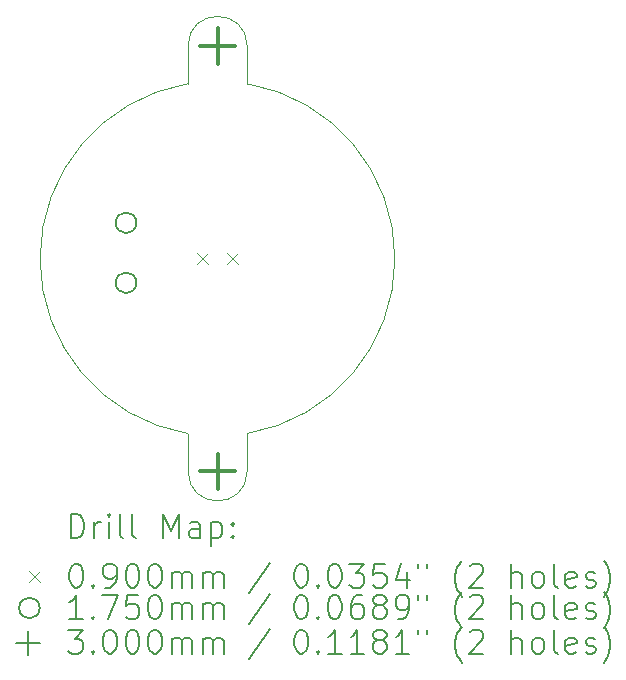
<source format=gbr>
%TF.GenerationSoftware,KiCad,Pcbnew,9.0.0*%
%TF.CreationDate,2025-04-19T11:55:19+01:00*%
%TF.ProjectId,LED_Connector,4c45445f-436f-46e6-9e65-63746f722e6b,rev?*%
%TF.SameCoordinates,Original*%
%TF.FileFunction,Drillmap*%
%TF.FilePolarity,Positive*%
%FSLAX45Y45*%
G04 Gerber Fmt 4.5, Leading zero omitted, Abs format (unit mm)*
G04 Created by KiCad (PCBNEW 9.0.0) date 2025-04-19 11:55:19*
%MOMM*%
%LPD*%
G01*
G04 APERTURE LIST*
%ADD10C,0.050000*%
%ADD11C,0.200000*%
%ADD12C,0.100000*%
%ADD13C,0.175000*%
%ADD14C,0.300000*%
G04 APERTURE END LIST*
D10*
X14495000Y-11800000D02*
X14495000Y-11500000D01*
X14995000Y-8517500D02*
X14995000Y-8497500D01*
X14495000Y-11480000D02*
X14495000Y-11500000D01*
X14995000Y-8517500D02*
G75*
G02*
X14994914Y-11479491I-250760J-1480988D01*
G01*
X14995000Y-11800000D02*
G75*
G02*
X14495000Y-11800000I-250000J0D01*
G01*
X14495000Y-11480000D02*
G75*
G02*
X14495000Y-8517500I248642J1481250D01*
G01*
X14995000Y-8197500D02*
X14995000Y-8497500D01*
X14495000Y-8197500D02*
X14495000Y-8495000D01*
X14995000Y-11502500D02*
X14995000Y-11480000D01*
X14495000Y-8197500D02*
G75*
G02*
X14995000Y-8197500I250000J0D01*
G01*
X14995000Y-11800000D02*
X14995000Y-11502500D01*
X14495000Y-8495000D02*
X14495000Y-8517500D01*
D11*
D12*
X14572000Y-9955000D02*
X14662000Y-10045000D01*
X14662000Y-9955000D02*
X14572000Y-10045000D01*
X14826000Y-9955000D02*
X14916000Y-10045000D01*
X14916000Y-9955000D02*
X14826000Y-10045000D01*
D13*
X14057500Y-9695500D02*
G75*
G02*
X13882500Y-9695500I-87500J0D01*
G01*
X13882500Y-9695500D02*
G75*
G02*
X14057500Y-9695500I87500J0D01*
G01*
X14057500Y-10203500D02*
G75*
G02*
X13882500Y-10203500I-87500J0D01*
G01*
X13882500Y-10203500D02*
G75*
G02*
X14057500Y-10203500I87500J0D01*
G01*
D14*
X14745000Y-8047500D02*
X14745000Y-8347500D01*
X14595000Y-8197500D02*
X14895000Y-8197500D01*
X14745000Y-11650000D02*
X14745000Y-11950000D01*
X14595000Y-11800000D02*
X14895000Y-11800000D01*
D11*
X13499945Y-12363984D02*
X13499945Y-12163984D01*
X13499945Y-12163984D02*
X13547564Y-12163984D01*
X13547564Y-12163984D02*
X13576136Y-12173508D01*
X13576136Y-12173508D02*
X13595183Y-12192555D01*
X13595183Y-12192555D02*
X13604707Y-12211603D01*
X13604707Y-12211603D02*
X13614231Y-12249698D01*
X13614231Y-12249698D02*
X13614231Y-12278269D01*
X13614231Y-12278269D02*
X13604707Y-12316365D01*
X13604707Y-12316365D02*
X13595183Y-12335412D01*
X13595183Y-12335412D02*
X13576136Y-12354460D01*
X13576136Y-12354460D02*
X13547564Y-12363984D01*
X13547564Y-12363984D02*
X13499945Y-12363984D01*
X13699945Y-12363984D02*
X13699945Y-12230650D01*
X13699945Y-12268746D02*
X13709469Y-12249698D01*
X13709469Y-12249698D02*
X13718993Y-12240174D01*
X13718993Y-12240174D02*
X13738040Y-12230650D01*
X13738040Y-12230650D02*
X13757088Y-12230650D01*
X13823755Y-12363984D02*
X13823755Y-12230650D01*
X13823755Y-12163984D02*
X13814231Y-12173508D01*
X13814231Y-12173508D02*
X13823755Y-12183031D01*
X13823755Y-12183031D02*
X13833279Y-12173508D01*
X13833279Y-12173508D02*
X13823755Y-12163984D01*
X13823755Y-12163984D02*
X13823755Y-12183031D01*
X13947564Y-12363984D02*
X13928517Y-12354460D01*
X13928517Y-12354460D02*
X13918993Y-12335412D01*
X13918993Y-12335412D02*
X13918993Y-12163984D01*
X14052326Y-12363984D02*
X14033279Y-12354460D01*
X14033279Y-12354460D02*
X14023755Y-12335412D01*
X14023755Y-12335412D02*
X14023755Y-12163984D01*
X14280898Y-12363984D02*
X14280898Y-12163984D01*
X14280898Y-12163984D02*
X14347564Y-12306841D01*
X14347564Y-12306841D02*
X14414231Y-12163984D01*
X14414231Y-12163984D02*
X14414231Y-12363984D01*
X14595183Y-12363984D02*
X14595183Y-12259222D01*
X14595183Y-12259222D02*
X14585660Y-12240174D01*
X14585660Y-12240174D02*
X14566612Y-12230650D01*
X14566612Y-12230650D02*
X14528517Y-12230650D01*
X14528517Y-12230650D02*
X14509469Y-12240174D01*
X14595183Y-12354460D02*
X14576136Y-12363984D01*
X14576136Y-12363984D02*
X14528517Y-12363984D01*
X14528517Y-12363984D02*
X14509469Y-12354460D01*
X14509469Y-12354460D02*
X14499945Y-12335412D01*
X14499945Y-12335412D02*
X14499945Y-12316365D01*
X14499945Y-12316365D02*
X14509469Y-12297317D01*
X14509469Y-12297317D02*
X14528517Y-12287793D01*
X14528517Y-12287793D02*
X14576136Y-12287793D01*
X14576136Y-12287793D02*
X14595183Y-12278269D01*
X14690421Y-12230650D02*
X14690421Y-12430650D01*
X14690421Y-12240174D02*
X14709469Y-12230650D01*
X14709469Y-12230650D02*
X14747564Y-12230650D01*
X14747564Y-12230650D02*
X14766612Y-12240174D01*
X14766612Y-12240174D02*
X14776136Y-12249698D01*
X14776136Y-12249698D02*
X14785660Y-12268746D01*
X14785660Y-12268746D02*
X14785660Y-12325888D01*
X14785660Y-12325888D02*
X14776136Y-12344936D01*
X14776136Y-12344936D02*
X14766612Y-12354460D01*
X14766612Y-12354460D02*
X14747564Y-12363984D01*
X14747564Y-12363984D02*
X14709469Y-12363984D01*
X14709469Y-12363984D02*
X14690421Y-12354460D01*
X14871374Y-12344936D02*
X14880898Y-12354460D01*
X14880898Y-12354460D02*
X14871374Y-12363984D01*
X14871374Y-12363984D02*
X14861850Y-12354460D01*
X14861850Y-12354460D02*
X14871374Y-12344936D01*
X14871374Y-12344936D02*
X14871374Y-12363984D01*
X14871374Y-12240174D02*
X14880898Y-12249698D01*
X14880898Y-12249698D02*
X14871374Y-12259222D01*
X14871374Y-12259222D02*
X14861850Y-12249698D01*
X14861850Y-12249698D02*
X14871374Y-12240174D01*
X14871374Y-12240174D02*
X14871374Y-12259222D01*
D12*
X13149168Y-12647500D02*
X13239168Y-12737500D01*
X13239168Y-12647500D02*
X13149168Y-12737500D01*
D11*
X13538040Y-12583984D02*
X13557088Y-12583984D01*
X13557088Y-12583984D02*
X13576136Y-12593508D01*
X13576136Y-12593508D02*
X13585660Y-12603031D01*
X13585660Y-12603031D02*
X13595183Y-12622079D01*
X13595183Y-12622079D02*
X13604707Y-12660174D01*
X13604707Y-12660174D02*
X13604707Y-12707793D01*
X13604707Y-12707793D02*
X13595183Y-12745888D01*
X13595183Y-12745888D02*
X13585660Y-12764936D01*
X13585660Y-12764936D02*
X13576136Y-12774460D01*
X13576136Y-12774460D02*
X13557088Y-12783984D01*
X13557088Y-12783984D02*
X13538040Y-12783984D01*
X13538040Y-12783984D02*
X13518993Y-12774460D01*
X13518993Y-12774460D02*
X13509469Y-12764936D01*
X13509469Y-12764936D02*
X13499945Y-12745888D01*
X13499945Y-12745888D02*
X13490421Y-12707793D01*
X13490421Y-12707793D02*
X13490421Y-12660174D01*
X13490421Y-12660174D02*
X13499945Y-12622079D01*
X13499945Y-12622079D02*
X13509469Y-12603031D01*
X13509469Y-12603031D02*
X13518993Y-12593508D01*
X13518993Y-12593508D02*
X13538040Y-12583984D01*
X13690421Y-12764936D02*
X13699945Y-12774460D01*
X13699945Y-12774460D02*
X13690421Y-12783984D01*
X13690421Y-12783984D02*
X13680898Y-12774460D01*
X13680898Y-12774460D02*
X13690421Y-12764936D01*
X13690421Y-12764936D02*
X13690421Y-12783984D01*
X13795183Y-12783984D02*
X13833279Y-12783984D01*
X13833279Y-12783984D02*
X13852326Y-12774460D01*
X13852326Y-12774460D02*
X13861850Y-12764936D01*
X13861850Y-12764936D02*
X13880898Y-12736365D01*
X13880898Y-12736365D02*
X13890421Y-12698269D01*
X13890421Y-12698269D02*
X13890421Y-12622079D01*
X13890421Y-12622079D02*
X13880898Y-12603031D01*
X13880898Y-12603031D02*
X13871374Y-12593508D01*
X13871374Y-12593508D02*
X13852326Y-12583984D01*
X13852326Y-12583984D02*
X13814231Y-12583984D01*
X13814231Y-12583984D02*
X13795183Y-12593508D01*
X13795183Y-12593508D02*
X13785660Y-12603031D01*
X13785660Y-12603031D02*
X13776136Y-12622079D01*
X13776136Y-12622079D02*
X13776136Y-12669698D01*
X13776136Y-12669698D02*
X13785660Y-12688746D01*
X13785660Y-12688746D02*
X13795183Y-12698269D01*
X13795183Y-12698269D02*
X13814231Y-12707793D01*
X13814231Y-12707793D02*
X13852326Y-12707793D01*
X13852326Y-12707793D02*
X13871374Y-12698269D01*
X13871374Y-12698269D02*
X13880898Y-12688746D01*
X13880898Y-12688746D02*
X13890421Y-12669698D01*
X14014231Y-12583984D02*
X14033279Y-12583984D01*
X14033279Y-12583984D02*
X14052326Y-12593508D01*
X14052326Y-12593508D02*
X14061850Y-12603031D01*
X14061850Y-12603031D02*
X14071374Y-12622079D01*
X14071374Y-12622079D02*
X14080898Y-12660174D01*
X14080898Y-12660174D02*
X14080898Y-12707793D01*
X14080898Y-12707793D02*
X14071374Y-12745888D01*
X14071374Y-12745888D02*
X14061850Y-12764936D01*
X14061850Y-12764936D02*
X14052326Y-12774460D01*
X14052326Y-12774460D02*
X14033279Y-12783984D01*
X14033279Y-12783984D02*
X14014231Y-12783984D01*
X14014231Y-12783984D02*
X13995183Y-12774460D01*
X13995183Y-12774460D02*
X13985660Y-12764936D01*
X13985660Y-12764936D02*
X13976136Y-12745888D01*
X13976136Y-12745888D02*
X13966612Y-12707793D01*
X13966612Y-12707793D02*
X13966612Y-12660174D01*
X13966612Y-12660174D02*
X13976136Y-12622079D01*
X13976136Y-12622079D02*
X13985660Y-12603031D01*
X13985660Y-12603031D02*
X13995183Y-12593508D01*
X13995183Y-12593508D02*
X14014231Y-12583984D01*
X14204707Y-12583984D02*
X14223755Y-12583984D01*
X14223755Y-12583984D02*
X14242802Y-12593508D01*
X14242802Y-12593508D02*
X14252326Y-12603031D01*
X14252326Y-12603031D02*
X14261850Y-12622079D01*
X14261850Y-12622079D02*
X14271374Y-12660174D01*
X14271374Y-12660174D02*
X14271374Y-12707793D01*
X14271374Y-12707793D02*
X14261850Y-12745888D01*
X14261850Y-12745888D02*
X14252326Y-12764936D01*
X14252326Y-12764936D02*
X14242802Y-12774460D01*
X14242802Y-12774460D02*
X14223755Y-12783984D01*
X14223755Y-12783984D02*
X14204707Y-12783984D01*
X14204707Y-12783984D02*
X14185660Y-12774460D01*
X14185660Y-12774460D02*
X14176136Y-12764936D01*
X14176136Y-12764936D02*
X14166612Y-12745888D01*
X14166612Y-12745888D02*
X14157088Y-12707793D01*
X14157088Y-12707793D02*
X14157088Y-12660174D01*
X14157088Y-12660174D02*
X14166612Y-12622079D01*
X14166612Y-12622079D02*
X14176136Y-12603031D01*
X14176136Y-12603031D02*
X14185660Y-12593508D01*
X14185660Y-12593508D02*
X14204707Y-12583984D01*
X14357088Y-12783984D02*
X14357088Y-12650650D01*
X14357088Y-12669698D02*
X14366612Y-12660174D01*
X14366612Y-12660174D02*
X14385660Y-12650650D01*
X14385660Y-12650650D02*
X14414231Y-12650650D01*
X14414231Y-12650650D02*
X14433279Y-12660174D01*
X14433279Y-12660174D02*
X14442802Y-12679222D01*
X14442802Y-12679222D02*
X14442802Y-12783984D01*
X14442802Y-12679222D02*
X14452326Y-12660174D01*
X14452326Y-12660174D02*
X14471374Y-12650650D01*
X14471374Y-12650650D02*
X14499945Y-12650650D01*
X14499945Y-12650650D02*
X14518993Y-12660174D01*
X14518993Y-12660174D02*
X14528517Y-12679222D01*
X14528517Y-12679222D02*
X14528517Y-12783984D01*
X14623755Y-12783984D02*
X14623755Y-12650650D01*
X14623755Y-12669698D02*
X14633279Y-12660174D01*
X14633279Y-12660174D02*
X14652326Y-12650650D01*
X14652326Y-12650650D02*
X14680898Y-12650650D01*
X14680898Y-12650650D02*
X14699945Y-12660174D01*
X14699945Y-12660174D02*
X14709469Y-12679222D01*
X14709469Y-12679222D02*
X14709469Y-12783984D01*
X14709469Y-12679222D02*
X14718993Y-12660174D01*
X14718993Y-12660174D02*
X14738041Y-12650650D01*
X14738041Y-12650650D02*
X14766612Y-12650650D01*
X14766612Y-12650650D02*
X14785660Y-12660174D01*
X14785660Y-12660174D02*
X14795183Y-12679222D01*
X14795183Y-12679222D02*
X14795183Y-12783984D01*
X15185660Y-12574460D02*
X15014231Y-12831603D01*
X15442803Y-12583984D02*
X15461850Y-12583984D01*
X15461850Y-12583984D02*
X15480898Y-12593508D01*
X15480898Y-12593508D02*
X15490422Y-12603031D01*
X15490422Y-12603031D02*
X15499945Y-12622079D01*
X15499945Y-12622079D02*
X15509469Y-12660174D01*
X15509469Y-12660174D02*
X15509469Y-12707793D01*
X15509469Y-12707793D02*
X15499945Y-12745888D01*
X15499945Y-12745888D02*
X15490422Y-12764936D01*
X15490422Y-12764936D02*
X15480898Y-12774460D01*
X15480898Y-12774460D02*
X15461850Y-12783984D01*
X15461850Y-12783984D02*
X15442803Y-12783984D01*
X15442803Y-12783984D02*
X15423755Y-12774460D01*
X15423755Y-12774460D02*
X15414231Y-12764936D01*
X15414231Y-12764936D02*
X15404707Y-12745888D01*
X15404707Y-12745888D02*
X15395184Y-12707793D01*
X15395184Y-12707793D02*
X15395184Y-12660174D01*
X15395184Y-12660174D02*
X15404707Y-12622079D01*
X15404707Y-12622079D02*
X15414231Y-12603031D01*
X15414231Y-12603031D02*
X15423755Y-12593508D01*
X15423755Y-12593508D02*
X15442803Y-12583984D01*
X15595184Y-12764936D02*
X15604707Y-12774460D01*
X15604707Y-12774460D02*
X15595184Y-12783984D01*
X15595184Y-12783984D02*
X15585660Y-12774460D01*
X15585660Y-12774460D02*
X15595184Y-12764936D01*
X15595184Y-12764936D02*
X15595184Y-12783984D01*
X15728517Y-12583984D02*
X15747565Y-12583984D01*
X15747565Y-12583984D02*
X15766612Y-12593508D01*
X15766612Y-12593508D02*
X15776136Y-12603031D01*
X15776136Y-12603031D02*
X15785660Y-12622079D01*
X15785660Y-12622079D02*
X15795184Y-12660174D01*
X15795184Y-12660174D02*
X15795184Y-12707793D01*
X15795184Y-12707793D02*
X15785660Y-12745888D01*
X15785660Y-12745888D02*
X15776136Y-12764936D01*
X15776136Y-12764936D02*
X15766612Y-12774460D01*
X15766612Y-12774460D02*
X15747565Y-12783984D01*
X15747565Y-12783984D02*
X15728517Y-12783984D01*
X15728517Y-12783984D02*
X15709469Y-12774460D01*
X15709469Y-12774460D02*
X15699945Y-12764936D01*
X15699945Y-12764936D02*
X15690422Y-12745888D01*
X15690422Y-12745888D02*
X15680898Y-12707793D01*
X15680898Y-12707793D02*
X15680898Y-12660174D01*
X15680898Y-12660174D02*
X15690422Y-12622079D01*
X15690422Y-12622079D02*
X15699945Y-12603031D01*
X15699945Y-12603031D02*
X15709469Y-12593508D01*
X15709469Y-12593508D02*
X15728517Y-12583984D01*
X15861850Y-12583984D02*
X15985660Y-12583984D01*
X15985660Y-12583984D02*
X15918993Y-12660174D01*
X15918993Y-12660174D02*
X15947565Y-12660174D01*
X15947565Y-12660174D02*
X15966612Y-12669698D01*
X15966612Y-12669698D02*
X15976136Y-12679222D01*
X15976136Y-12679222D02*
X15985660Y-12698269D01*
X15985660Y-12698269D02*
X15985660Y-12745888D01*
X15985660Y-12745888D02*
X15976136Y-12764936D01*
X15976136Y-12764936D02*
X15966612Y-12774460D01*
X15966612Y-12774460D02*
X15947565Y-12783984D01*
X15947565Y-12783984D02*
X15890422Y-12783984D01*
X15890422Y-12783984D02*
X15871374Y-12774460D01*
X15871374Y-12774460D02*
X15861850Y-12764936D01*
X16166612Y-12583984D02*
X16071374Y-12583984D01*
X16071374Y-12583984D02*
X16061850Y-12679222D01*
X16061850Y-12679222D02*
X16071374Y-12669698D01*
X16071374Y-12669698D02*
X16090422Y-12660174D01*
X16090422Y-12660174D02*
X16138041Y-12660174D01*
X16138041Y-12660174D02*
X16157088Y-12669698D01*
X16157088Y-12669698D02*
X16166612Y-12679222D01*
X16166612Y-12679222D02*
X16176136Y-12698269D01*
X16176136Y-12698269D02*
X16176136Y-12745888D01*
X16176136Y-12745888D02*
X16166612Y-12764936D01*
X16166612Y-12764936D02*
X16157088Y-12774460D01*
X16157088Y-12774460D02*
X16138041Y-12783984D01*
X16138041Y-12783984D02*
X16090422Y-12783984D01*
X16090422Y-12783984D02*
X16071374Y-12774460D01*
X16071374Y-12774460D02*
X16061850Y-12764936D01*
X16347565Y-12650650D02*
X16347565Y-12783984D01*
X16299945Y-12574460D02*
X16252326Y-12717317D01*
X16252326Y-12717317D02*
X16376136Y-12717317D01*
X16442803Y-12583984D02*
X16442803Y-12622079D01*
X16518993Y-12583984D02*
X16518993Y-12622079D01*
X16814231Y-12860174D02*
X16804708Y-12850650D01*
X16804708Y-12850650D02*
X16785660Y-12822079D01*
X16785660Y-12822079D02*
X16776136Y-12803031D01*
X16776136Y-12803031D02*
X16766612Y-12774460D01*
X16766612Y-12774460D02*
X16757088Y-12726841D01*
X16757088Y-12726841D02*
X16757088Y-12688746D01*
X16757088Y-12688746D02*
X16766612Y-12641127D01*
X16766612Y-12641127D02*
X16776136Y-12612555D01*
X16776136Y-12612555D02*
X16785660Y-12593508D01*
X16785660Y-12593508D02*
X16804708Y-12564936D01*
X16804708Y-12564936D02*
X16814231Y-12555412D01*
X16880898Y-12603031D02*
X16890422Y-12593508D01*
X16890422Y-12593508D02*
X16909469Y-12583984D01*
X16909469Y-12583984D02*
X16957089Y-12583984D01*
X16957089Y-12583984D02*
X16976136Y-12593508D01*
X16976136Y-12593508D02*
X16985660Y-12603031D01*
X16985660Y-12603031D02*
X16995184Y-12622079D01*
X16995184Y-12622079D02*
X16995184Y-12641127D01*
X16995184Y-12641127D02*
X16985660Y-12669698D01*
X16985660Y-12669698D02*
X16871374Y-12783984D01*
X16871374Y-12783984D02*
X16995184Y-12783984D01*
X17233279Y-12783984D02*
X17233279Y-12583984D01*
X17318993Y-12783984D02*
X17318993Y-12679222D01*
X17318993Y-12679222D02*
X17309470Y-12660174D01*
X17309470Y-12660174D02*
X17290422Y-12650650D01*
X17290422Y-12650650D02*
X17261850Y-12650650D01*
X17261850Y-12650650D02*
X17242803Y-12660174D01*
X17242803Y-12660174D02*
X17233279Y-12669698D01*
X17442803Y-12783984D02*
X17423755Y-12774460D01*
X17423755Y-12774460D02*
X17414231Y-12764936D01*
X17414231Y-12764936D02*
X17404708Y-12745888D01*
X17404708Y-12745888D02*
X17404708Y-12688746D01*
X17404708Y-12688746D02*
X17414231Y-12669698D01*
X17414231Y-12669698D02*
X17423755Y-12660174D01*
X17423755Y-12660174D02*
X17442803Y-12650650D01*
X17442803Y-12650650D02*
X17471374Y-12650650D01*
X17471374Y-12650650D02*
X17490422Y-12660174D01*
X17490422Y-12660174D02*
X17499946Y-12669698D01*
X17499946Y-12669698D02*
X17509470Y-12688746D01*
X17509470Y-12688746D02*
X17509470Y-12745888D01*
X17509470Y-12745888D02*
X17499946Y-12764936D01*
X17499946Y-12764936D02*
X17490422Y-12774460D01*
X17490422Y-12774460D02*
X17471374Y-12783984D01*
X17471374Y-12783984D02*
X17442803Y-12783984D01*
X17623755Y-12783984D02*
X17604708Y-12774460D01*
X17604708Y-12774460D02*
X17595184Y-12755412D01*
X17595184Y-12755412D02*
X17595184Y-12583984D01*
X17776136Y-12774460D02*
X17757089Y-12783984D01*
X17757089Y-12783984D02*
X17718993Y-12783984D01*
X17718993Y-12783984D02*
X17699946Y-12774460D01*
X17699946Y-12774460D02*
X17690422Y-12755412D01*
X17690422Y-12755412D02*
X17690422Y-12679222D01*
X17690422Y-12679222D02*
X17699946Y-12660174D01*
X17699946Y-12660174D02*
X17718993Y-12650650D01*
X17718993Y-12650650D02*
X17757089Y-12650650D01*
X17757089Y-12650650D02*
X17776136Y-12660174D01*
X17776136Y-12660174D02*
X17785660Y-12679222D01*
X17785660Y-12679222D02*
X17785660Y-12698269D01*
X17785660Y-12698269D02*
X17690422Y-12717317D01*
X17861851Y-12774460D02*
X17880898Y-12783984D01*
X17880898Y-12783984D02*
X17918993Y-12783984D01*
X17918993Y-12783984D02*
X17938041Y-12774460D01*
X17938041Y-12774460D02*
X17947565Y-12755412D01*
X17947565Y-12755412D02*
X17947565Y-12745888D01*
X17947565Y-12745888D02*
X17938041Y-12726841D01*
X17938041Y-12726841D02*
X17918993Y-12717317D01*
X17918993Y-12717317D02*
X17890422Y-12717317D01*
X17890422Y-12717317D02*
X17871374Y-12707793D01*
X17871374Y-12707793D02*
X17861851Y-12688746D01*
X17861851Y-12688746D02*
X17861851Y-12679222D01*
X17861851Y-12679222D02*
X17871374Y-12660174D01*
X17871374Y-12660174D02*
X17890422Y-12650650D01*
X17890422Y-12650650D02*
X17918993Y-12650650D01*
X17918993Y-12650650D02*
X17938041Y-12660174D01*
X18014232Y-12860174D02*
X18023755Y-12850650D01*
X18023755Y-12850650D02*
X18042803Y-12822079D01*
X18042803Y-12822079D02*
X18052327Y-12803031D01*
X18052327Y-12803031D02*
X18061851Y-12774460D01*
X18061851Y-12774460D02*
X18071374Y-12726841D01*
X18071374Y-12726841D02*
X18071374Y-12688746D01*
X18071374Y-12688746D02*
X18061851Y-12641127D01*
X18061851Y-12641127D02*
X18052327Y-12612555D01*
X18052327Y-12612555D02*
X18042803Y-12593508D01*
X18042803Y-12593508D02*
X18023755Y-12564936D01*
X18023755Y-12564936D02*
X18014232Y-12555412D01*
D13*
X13239168Y-12956500D02*
G75*
G02*
X13064168Y-12956500I-87500J0D01*
G01*
X13064168Y-12956500D02*
G75*
G02*
X13239168Y-12956500I87500J0D01*
G01*
D11*
X13604707Y-13047984D02*
X13490421Y-13047984D01*
X13547564Y-13047984D02*
X13547564Y-12847984D01*
X13547564Y-12847984D02*
X13528517Y-12876555D01*
X13528517Y-12876555D02*
X13509469Y-12895603D01*
X13509469Y-12895603D02*
X13490421Y-12905127D01*
X13690421Y-13028936D02*
X13699945Y-13038460D01*
X13699945Y-13038460D02*
X13690421Y-13047984D01*
X13690421Y-13047984D02*
X13680898Y-13038460D01*
X13680898Y-13038460D02*
X13690421Y-13028936D01*
X13690421Y-13028936D02*
X13690421Y-13047984D01*
X13766612Y-12847984D02*
X13899945Y-12847984D01*
X13899945Y-12847984D02*
X13814231Y-13047984D01*
X14071374Y-12847984D02*
X13976136Y-12847984D01*
X13976136Y-12847984D02*
X13966612Y-12943222D01*
X13966612Y-12943222D02*
X13976136Y-12933698D01*
X13976136Y-12933698D02*
X13995183Y-12924174D01*
X13995183Y-12924174D02*
X14042802Y-12924174D01*
X14042802Y-12924174D02*
X14061850Y-12933698D01*
X14061850Y-12933698D02*
X14071374Y-12943222D01*
X14071374Y-12943222D02*
X14080898Y-12962269D01*
X14080898Y-12962269D02*
X14080898Y-13009888D01*
X14080898Y-13009888D02*
X14071374Y-13028936D01*
X14071374Y-13028936D02*
X14061850Y-13038460D01*
X14061850Y-13038460D02*
X14042802Y-13047984D01*
X14042802Y-13047984D02*
X13995183Y-13047984D01*
X13995183Y-13047984D02*
X13976136Y-13038460D01*
X13976136Y-13038460D02*
X13966612Y-13028936D01*
X14204707Y-12847984D02*
X14223755Y-12847984D01*
X14223755Y-12847984D02*
X14242802Y-12857508D01*
X14242802Y-12857508D02*
X14252326Y-12867031D01*
X14252326Y-12867031D02*
X14261850Y-12886079D01*
X14261850Y-12886079D02*
X14271374Y-12924174D01*
X14271374Y-12924174D02*
X14271374Y-12971793D01*
X14271374Y-12971793D02*
X14261850Y-13009888D01*
X14261850Y-13009888D02*
X14252326Y-13028936D01*
X14252326Y-13028936D02*
X14242802Y-13038460D01*
X14242802Y-13038460D02*
X14223755Y-13047984D01*
X14223755Y-13047984D02*
X14204707Y-13047984D01*
X14204707Y-13047984D02*
X14185660Y-13038460D01*
X14185660Y-13038460D02*
X14176136Y-13028936D01*
X14176136Y-13028936D02*
X14166612Y-13009888D01*
X14166612Y-13009888D02*
X14157088Y-12971793D01*
X14157088Y-12971793D02*
X14157088Y-12924174D01*
X14157088Y-12924174D02*
X14166612Y-12886079D01*
X14166612Y-12886079D02*
X14176136Y-12867031D01*
X14176136Y-12867031D02*
X14185660Y-12857508D01*
X14185660Y-12857508D02*
X14204707Y-12847984D01*
X14357088Y-13047984D02*
X14357088Y-12914650D01*
X14357088Y-12933698D02*
X14366612Y-12924174D01*
X14366612Y-12924174D02*
X14385660Y-12914650D01*
X14385660Y-12914650D02*
X14414231Y-12914650D01*
X14414231Y-12914650D02*
X14433279Y-12924174D01*
X14433279Y-12924174D02*
X14442802Y-12943222D01*
X14442802Y-12943222D02*
X14442802Y-13047984D01*
X14442802Y-12943222D02*
X14452326Y-12924174D01*
X14452326Y-12924174D02*
X14471374Y-12914650D01*
X14471374Y-12914650D02*
X14499945Y-12914650D01*
X14499945Y-12914650D02*
X14518993Y-12924174D01*
X14518993Y-12924174D02*
X14528517Y-12943222D01*
X14528517Y-12943222D02*
X14528517Y-13047984D01*
X14623755Y-13047984D02*
X14623755Y-12914650D01*
X14623755Y-12933698D02*
X14633279Y-12924174D01*
X14633279Y-12924174D02*
X14652326Y-12914650D01*
X14652326Y-12914650D02*
X14680898Y-12914650D01*
X14680898Y-12914650D02*
X14699945Y-12924174D01*
X14699945Y-12924174D02*
X14709469Y-12943222D01*
X14709469Y-12943222D02*
X14709469Y-13047984D01*
X14709469Y-12943222D02*
X14718993Y-12924174D01*
X14718993Y-12924174D02*
X14738041Y-12914650D01*
X14738041Y-12914650D02*
X14766612Y-12914650D01*
X14766612Y-12914650D02*
X14785660Y-12924174D01*
X14785660Y-12924174D02*
X14795183Y-12943222D01*
X14795183Y-12943222D02*
X14795183Y-13047984D01*
X15185660Y-12838460D02*
X15014231Y-13095603D01*
X15442803Y-12847984D02*
X15461850Y-12847984D01*
X15461850Y-12847984D02*
X15480898Y-12857508D01*
X15480898Y-12857508D02*
X15490422Y-12867031D01*
X15490422Y-12867031D02*
X15499945Y-12886079D01*
X15499945Y-12886079D02*
X15509469Y-12924174D01*
X15509469Y-12924174D02*
X15509469Y-12971793D01*
X15509469Y-12971793D02*
X15499945Y-13009888D01*
X15499945Y-13009888D02*
X15490422Y-13028936D01*
X15490422Y-13028936D02*
X15480898Y-13038460D01*
X15480898Y-13038460D02*
X15461850Y-13047984D01*
X15461850Y-13047984D02*
X15442803Y-13047984D01*
X15442803Y-13047984D02*
X15423755Y-13038460D01*
X15423755Y-13038460D02*
X15414231Y-13028936D01*
X15414231Y-13028936D02*
X15404707Y-13009888D01*
X15404707Y-13009888D02*
X15395184Y-12971793D01*
X15395184Y-12971793D02*
X15395184Y-12924174D01*
X15395184Y-12924174D02*
X15404707Y-12886079D01*
X15404707Y-12886079D02*
X15414231Y-12867031D01*
X15414231Y-12867031D02*
X15423755Y-12857508D01*
X15423755Y-12857508D02*
X15442803Y-12847984D01*
X15595184Y-13028936D02*
X15604707Y-13038460D01*
X15604707Y-13038460D02*
X15595184Y-13047984D01*
X15595184Y-13047984D02*
X15585660Y-13038460D01*
X15585660Y-13038460D02*
X15595184Y-13028936D01*
X15595184Y-13028936D02*
X15595184Y-13047984D01*
X15728517Y-12847984D02*
X15747565Y-12847984D01*
X15747565Y-12847984D02*
X15766612Y-12857508D01*
X15766612Y-12857508D02*
X15776136Y-12867031D01*
X15776136Y-12867031D02*
X15785660Y-12886079D01*
X15785660Y-12886079D02*
X15795184Y-12924174D01*
X15795184Y-12924174D02*
X15795184Y-12971793D01*
X15795184Y-12971793D02*
X15785660Y-13009888D01*
X15785660Y-13009888D02*
X15776136Y-13028936D01*
X15776136Y-13028936D02*
X15766612Y-13038460D01*
X15766612Y-13038460D02*
X15747565Y-13047984D01*
X15747565Y-13047984D02*
X15728517Y-13047984D01*
X15728517Y-13047984D02*
X15709469Y-13038460D01*
X15709469Y-13038460D02*
X15699945Y-13028936D01*
X15699945Y-13028936D02*
X15690422Y-13009888D01*
X15690422Y-13009888D02*
X15680898Y-12971793D01*
X15680898Y-12971793D02*
X15680898Y-12924174D01*
X15680898Y-12924174D02*
X15690422Y-12886079D01*
X15690422Y-12886079D02*
X15699945Y-12867031D01*
X15699945Y-12867031D02*
X15709469Y-12857508D01*
X15709469Y-12857508D02*
X15728517Y-12847984D01*
X15966612Y-12847984D02*
X15928517Y-12847984D01*
X15928517Y-12847984D02*
X15909469Y-12857508D01*
X15909469Y-12857508D02*
X15899945Y-12867031D01*
X15899945Y-12867031D02*
X15880898Y-12895603D01*
X15880898Y-12895603D02*
X15871374Y-12933698D01*
X15871374Y-12933698D02*
X15871374Y-13009888D01*
X15871374Y-13009888D02*
X15880898Y-13028936D01*
X15880898Y-13028936D02*
X15890422Y-13038460D01*
X15890422Y-13038460D02*
X15909469Y-13047984D01*
X15909469Y-13047984D02*
X15947565Y-13047984D01*
X15947565Y-13047984D02*
X15966612Y-13038460D01*
X15966612Y-13038460D02*
X15976136Y-13028936D01*
X15976136Y-13028936D02*
X15985660Y-13009888D01*
X15985660Y-13009888D02*
X15985660Y-12962269D01*
X15985660Y-12962269D02*
X15976136Y-12943222D01*
X15976136Y-12943222D02*
X15966612Y-12933698D01*
X15966612Y-12933698D02*
X15947565Y-12924174D01*
X15947565Y-12924174D02*
X15909469Y-12924174D01*
X15909469Y-12924174D02*
X15890422Y-12933698D01*
X15890422Y-12933698D02*
X15880898Y-12943222D01*
X15880898Y-12943222D02*
X15871374Y-12962269D01*
X16099945Y-12933698D02*
X16080898Y-12924174D01*
X16080898Y-12924174D02*
X16071374Y-12914650D01*
X16071374Y-12914650D02*
X16061850Y-12895603D01*
X16061850Y-12895603D02*
X16061850Y-12886079D01*
X16061850Y-12886079D02*
X16071374Y-12867031D01*
X16071374Y-12867031D02*
X16080898Y-12857508D01*
X16080898Y-12857508D02*
X16099945Y-12847984D01*
X16099945Y-12847984D02*
X16138041Y-12847984D01*
X16138041Y-12847984D02*
X16157088Y-12857508D01*
X16157088Y-12857508D02*
X16166612Y-12867031D01*
X16166612Y-12867031D02*
X16176136Y-12886079D01*
X16176136Y-12886079D02*
X16176136Y-12895603D01*
X16176136Y-12895603D02*
X16166612Y-12914650D01*
X16166612Y-12914650D02*
X16157088Y-12924174D01*
X16157088Y-12924174D02*
X16138041Y-12933698D01*
X16138041Y-12933698D02*
X16099945Y-12933698D01*
X16099945Y-12933698D02*
X16080898Y-12943222D01*
X16080898Y-12943222D02*
X16071374Y-12952746D01*
X16071374Y-12952746D02*
X16061850Y-12971793D01*
X16061850Y-12971793D02*
X16061850Y-13009888D01*
X16061850Y-13009888D02*
X16071374Y-13028936D01*
X16071374Y-13028936D02*
X16080898Y-13038460D01*
X16080898Y-13038460D02*
X16099945Y-13047984D01*
X16099945Y-13047984D02*
X16138041Y-13047984D01*
X16138041Y-13047984D02*
X16157088Y-13038460D01*
X16157088Y-13038460D02*
X16166612Y-13028936D01*
X16166612Y-13028936D02*
X16176136Y-13009888D01*
X16176136Y-13009888D02*
X16176136Y-12971793D01*
X16176136Y-12971793D02*
X16166612Y-12952746D01*
X16166612Y-12952746D02*
X16157088Y-12943222D01*
X16157088Y-12943222D02*
X16138041Y-12933698D01*
X16271374Y-13047984D02*
X16309469Y-13047984D01*
X16309469Y-13047984D02*
X16328517Y-13038460D01*
X16328517Y-13038460D02*
X16338041Y-13028936D01*
X16338041Y-13028936D02*
X16357088Y-13000365D01*
X16357088Y-13000365D02*
X16366612Y-12962269D01*
X16366612Y-12962269D02*
X16366612Y-12886079D01*
X16366612Y-12886079D02*
X16357088Y-12867031D01*
X16357088Y-12867031D02*
X16347565Y-12857508D01*
X16347565Y-12857508D02*
X16328517Y-12847984D01*
X16328517Y-12847984D02*
X16290422Y-12847984D01*
X16290422Y-12847984D02*
X16271374Y-12857508D01*
X16271374Y-12857508D02*
X16261850Y-12867031D01*
X16261850Y-12867031D02*
X16252326Y-12886079D01*
X16252326Y-12886079D02*
X16252326Y-12933698D01*
X16252326Y-12933698D02*
X16261850Y-12952746D01*
X16261850Y-12952746D02*
X16271374Y-12962269D01*
X16271374Y-12962269D02*
X16290422Y-12971793D01*
X16290422Y-12971793D02*
X16328517Y-12971793D01*
X16328517Y-12971793D02*
X16347565Y-12962269D01*
X16347565Y-12962269D02*
X16357088Y-12952746D01*
X16357088Y-12952746D02*
X16366612Y-12933698D01*
X16442803Y-12847984D02*
X16442803Y-12886079D01*
X16518993Y-12847984D02*
X16518993Y-12886079D01*
X16814231Y-13124174D02*
X16804708Y-13114650D01*
X16804708Y-13114650D02*
X16785660Y-13086079D01*
X16785660Y-13086079D02*
X16776136Y-13067031D01*
X16776136Y-13067031D02*
X16766612Y-13038460D01*
X16766612Y-13038460D02*
X16757088Y-12990841D01*
X16757088Y-12990841D02*
X16757088Y-12952746D01*
X16757088Y-12952746D02*
X16766612Y-12905127D01*
X16766612Y-12905127D02*
X16776136Y-12876555D01*
X16776136Y-12876555D02*
X16785660Y-12857508D01*
X16785660Y-12857508D02*
X16804708Y-12828936D01*
X16804708Y-12828936D02*
X16814231Y-12819412D01*
X16880898Y-12867031D02*
X16890422Y-12857508D01*
X16890422Y-12857508D02*
X16909469Y-12847984D01*
X16909469Y-12847984D02*
X16957089Y-12847984D01*
X16957089Y-12847984D02*
X16976136Y-12857508D01*
X16976136Y-12857508D02*
X16985660Y-12867031D01*
X16985660Y-12867031D02*
X16995184Y-12886079D01*
X16995184Y-12886079D02*
X16995184Y-12905127D01*
X16995184Y-12905127D02*
X16985660Y-12933698D01*
X16985660Y-12933698D02*
X16871374Y-13047984D01*
X16871374Y-13047984D02*
X16995184Y-13047984D01*
X17233279Y-13047984D02*
X17233279Y-12847984D01*
X17318993Y-13047984D02*
X17318993Y-12943222D01*
X17318993Y-12943222D02*
X17309470Y-12924174D01*
X17309470Y-12924174D02*
X17290422Y-12914650D01*
X17290422Y-12914650D02*
X17261850Y-12914650D01*
X17261850Y-12914650D02*
X17242803Y-12924174D01*
X17242803Y-12924174D02*
X17233279Y-12933698D01*
X17442803Y-13047984D02*
X17423755Y-13038460D01*
X17423755Y-13038460D02*
X17414231Y-13028936D01*
X17414231Y-13028936D02*
X17404708Y-13009888D01*
X17404708Y-13009888D02*
X17404708Y-12952746D01*
X17404708Y-12952746D02*
X17414231Y-12933698D01*
X17414231Y-12933698D02*
X17423755Y-12924174D01*
X17423755Y-12924174D02*
X17442803Y-12914650D01*
X17442803Y-12914650D02*
X17471374Y-12914650D01*
X17471374Y-12914650D02*
X17490422Y-12924174D01*
X17490422Y-12924174D02*
X17499946Y-12933698D01*
X17499946Y-12933698D02*
X17509470Y-12952746D01*
X17509470Y-12952746D02*
X17509470Y-13009888D01*
X17509470Y-13009888D02*
X17499946Y-13028936D01*
X17499946Y-13028936D02*
X17490422Y-13038460D01*
X17490422Y-13038460D02*
X17471374Y-13047984D01*
X17471374Y-13047984D02*
X17442803Y-13047984D01*
X17623755Y-13047984D02*
X17604708Y-13038460D01*
X17604708Y-13038460D02*
X17595184Y-13019412D01*
X17595184Y-13019412D02*
X17595184Y-12847984D01*
X17776136Y-13038460D02*
X17757089Y-13047984D01*
X17757089Y-13047984D02*
X17718993Y-13047984D01*
X17718993Y-13047984D02*
X17699946Y-13038460D01*
X17699946Y-13038460D02*
X17690422Y-13019412D01*
X17690422Y-13019412D02*
X17690422Y-12943222D01*
X17690422Y-12943222D02*
X17699946Y-12924174D01*
X17699946Y-12924174D02*
X17718993Y-12914650D01*
X17718993Y-12914650D02*
X17757089Y-12914650D01*
X17757089Y-12914650D02*
X17776136Y-12924174D01*
X17776136Y-12924174D02*
X17785660Y-12943222D01*
X17785660Y-12943222D02*
X17785660Y-12962269D01*
X17785660Y-12962269D02*
X17690422Y-12981317D01*
X17861851Y-13038460D02*
X17880898Y-13047984D01*
X17880898Y-13047984D02*
X17918993Y-13047984D01*
X17918993Y-13047984D02*
X17938041Y-13038460D01*
X17938041Y-13038460D02*
X17947565Y-13019412D01*
X17947565Y-13019412D02*
X17947565Y-13009888D01*
X17947565Y-13009888D02*
X17938041Y-12990841D01*
X17938041Y-12990841D02*
X17918993Y-12981317D01*
X17918993Y-12981317D02*
X17890422Y-12981317D01*
X17890422Y-12981317D02*
X17871374Y-12971793D01*
X17871374Y-12971793D02*
X17861851Y-12952746D01*
X17861851Y-12952746D02*
X17861851Y-12943222D01*
X17861851Y-12943222D02*
X17871374Y-12924174D01*
X17871374Y-12924174D02*
X17890422Y-12914650D01*
X17890422Y-12914650D02*
X17918993Y-12914650D01*
X17918993Y-12914650D02*
X17938041Y-12924174D01*
X18014232Y-13124174D02*
X18023755Y-13114650D01*
X18023755Y-13114650D02*
X18042803Y-13086079D01*
X18042803Y-13086079D02*
X18052327Y-13067031D01*
X18052327Y-13067031D02*
X18061851Y-13038460D01*
X18061851Y-13038460D02*
X18071374Y-12990841D01*
X18071374Y-12990841D02*
X18071374Y-12952746D01*
X18071374Y-12952746D02*
X18061851Y-12905127D01*
X18061851Y-12905127D02*
X18052327Y-12876555D01*
X18052327Y-12876555D02*
X18042803Y-12857508D01*
X18042803Y-12857508D02*
X18023755Y-12828936D01*
X18023755Y-12828936D02*
X18014232Y-12819412D01*
X13139168Y-13151500D02*
X13139168Y-13351500D01*
X13039168Y-13251500D02*
X13239168Y-13251500D01*
X13480898Y-13142984D02*
X13604707Y-13142984D01*
X13604707Y-13142984D02*
X13538040Y-13219174D01*
X13538040Y-13219174D02*
X13566612Y-13219174D01*
X13566612Y-13219174D02*
X13585660Y-13228698D01*
X13585660Y-13228698D02*
X13595183Y-13238222D01*
X13595183Y-13238222D02*
X13604707Y-13257269D01*
X13604707Y-13257269D02*
X13604707Y-13304888D01*
X13604707Y-13304888D02*
X13595183Y-13323936D01*
X13595183Y-13323936D02*
X13585660Y-13333460D01*
X13585660Y-13333460D02*
X13566612Y-13342984D01*
X13566612Y-13342984D02*
X13509469Y-13342984D01*
X13509469Y-13342984D02*
X13490421Y-13333460D01*
X13490421Y-13333460D02*
X13480898Y-13323936D01*
X13690421Y-13323936D02*
X13699945Y-13333460D01*
X13699945Y-13333460D02*
X13690421Y-13342984D01*
X13690421Y-13342984D02*
X13680898Y-13333460D01*
X13680898Y-13333460D02*
X13690421Y-13323936D01*
X13690421Y-13323936D02*
X13690421Y-13342984D01*
X13823755Y-13142984D02*
X13842802Y-13142984D01*
X13842802Y-13142984D02*
X13861850Y-13152508D01*
X13861850Y-13152508D02*
X13871374Y-13162031D01*
X13871374Y-13162031D02*
X13880898Y-13181079D01*
X13880898Y-13181079D02*
X13890421Y-13219174D01*
X13890421Y-13219174D02*
X13890421Y-13266793D01*
X13890421Y-13266793D02*
X13880898Y-13304888D01*
X13880898Y-13304888D02*
X13871374Y-13323936D01*
X13871374Y-13323936D02*
X13861850Y-13333460D01*
X13861850Y-13333460D02*
X13842802Y-13342984D01*
X13842802Y-13342984D02*
X13823755Y-13342984D01*
X13823755Y-13342984D02*
X13804707Y-13333460D01*
X13804707Y-13333460D02*
X13795183Y-13323936D01*
X13795183Y-13323936D02*
X13785660Y-13304888D01*
X13785660Y-13304888D02*
X13776136Y-13266793D01*
X13776136Y-13266793D02*
X13776136Y-13219174D01*
X13776136Y-13219174D02*
X13785660Y-13181079D01*
X13785660Y-13181079D02*
X13795183Y-13162031D01*
X13795183Y-13162031D02*
X13804707Y-13152508D01*
X13804707Y-13152508D02*
X13823755Y-13142984D01*
X14014231Y-13142984D02*
X14033279Y-13142984D01*
X14033279Y-13142984D02*
X14052326Y-13152508D01*
X14052326Y-13152508D02*
X14061850Y-13162031D01*
X14061850Y-13162031D02*
X14071374Y-13181079D01*
X14071374Y-13181079D02*
X14080898Y-13219174D01*
X14080898Y-13219174D02*
X14080898Y-13266793D01*
X14080898Y-13266793D02*
X14071374Y-13304888D01*
X14071374Y-13304888D02*
X14061850Y-13323936D01*
X14061850Y-13323936D02*
X14052326Y-13333460D01*
X14052326Y-13333460D02*
X14033279Y-13342984D01*
X14033279Y-13342984D02*
X14014231Y-13342984D01*
X14014231Y-13342984D02*
X13995183Y-13333460D01*
X13995183Y-13333460D02*
X13985660Y-13323936D01*
X13985660Y-13323936D02*
X13976136Y-13304888D01*
X13976136Y-13304888D02*
X13966612Y-13266793D01*
X13966612Y-13266793D02*
X13966612Y-13219174D01*
X13966612Y-13219174D02*
X13976136Y-13181079D01*
X13976136Y-13181079D02*
X13985660Y-13162031D01*
X13985660Y-13162031D02*
X13995183Y-13152508D01*
X13995183Y-13152508D02*
X14014231Y-13142984D01*
X14204707Y-13142984D02*
X14223755Y-13142984D01*
X14223755Y-13142984D02*
X14242802Y-13152508D01*
X14242802Y-13152508D02*
X14252326Y-13162031D01*
X14252326Y-13162031D02*
X14261850Y-13181079D01*
X14261850Y-13181079D02*
X14271374Y-13219174D01*
X14271374Y-13219174D02*
X14271374Y-13266793D01*
X14271374Y-13266793D02*
X14261850Y-13304888D01*
X14261850Y-13304888D02*
X14252326Y-13323936D01*
X14252326Y-13323936D02*
X14242802Y-13333460D01*
X14242802Y-13333460D02*
X14223755Y-13342984D01*
X14223755Y-13342984D02*
X14204707Y-13342984D01*
X14204707Y-13342984D02*
X14185660Y-13333460D01*
X14185660Y-13333460D02*
X14176136Y-13323936D01*
X14176136Y-13323936D02*
X14166612Y-13304888D01*
X14166612Y-13304888D02*
X14157088Y-13266793D01*
X14157088Y-13266793D02*
X14157088Y-13219174D01*
X14157088Y-13219174D02*
X14166612Y-13181079D01*
X14166612Y-13181079D02*
X14176136Y-13162031D01*
X14176136Y-13162031D02*
X14185660Y-13152508D01*
X14185660Y-13152508D02*
X14204707Y-13142984D01*
X14357088Y-13342984D02*
X14357088Y-13209650D01*
X14357088Y-13228698D02*
X14366612Y-13219174D01*
X14366612Y-13219174D02*
X14385660Y-13209650D01*
X14385660Y-13209650D02*
X14414231Y-13209650D01*
X14414231Y-13209650D02*
X14433279Y-13219174D01*
X14433279Y-13219174D02*
X14442802Y-13238222D01*
X14442802Y-13238222D02*
X14442802Y-13342984D01*
X14442802Y-13238222D02*
X14452326Y-13219174D01*
X14452326Y-13219174D02*
X14471374Y-13209650D01*
X14471374Y-13209650D02*
X14499945Y-13209650D01*
X14499945Y-13209650D02*
X14518993Y-13219174D01*
X14518993Y-13219174D02*
X14528517Y-13238222D01*
X14528517Y-13238222D02*
X14528517Y-13342984D01*
X14623755Y-13342984D02*
X14623755Y-13209650D01*
X14623755Y-13228698D02*
X14633279Y-13219174D01*
X14633279Y-13219174D02*
X14652326Y-13209650D01*
X14652326Y-13209650D02*
X14680898Y-13209650D01*
X14680898Y-13209650D02*
X14699945Y-13219174D01*
X14699945Y-13219174D02*
X14709469Y-13238222D01*
X14709469Y-13238222D02*
X14709469Y-13342984D01*
X14709469Y-13238222D02*
X14718993Y-13219174D01*
X14718993Y-13219174D02*
X14738041Y-13209650D01*
X14738041Y-13209650D02*
X14766612Y-13209650D01*
X14766612Y-13209650D02*
X14785660Y-13219174D01*
X14785660Y-13219174D02*
X14795183Y-13238222D01*
X14795183Y-13238222D02*
X14795183Y-13342984D01*
X15185660Y-13133460D02*
X15014231Y-13390603D01*
X15442803Y-13142984D02*
X15461850Y-13142984D01*
X15461850Y-13142984D02*
X15480898Y-13152508D01*
X15480898Y-13152508D02*
X15490422Y-13162031D01*
X15490422Y-13162031D02*
X15499945Y-13181079D01*
X15499945Y-13181079D02*
X15509469Y-13219174D01*
X15509469Y-13219174D02*
X15509469Y-13266793D01*
X15509469Y-13266793D02*
X15499945Y-13304888D01*
X15499945Y-13304888D02*
X15490422Y-13323936D01*
X15490422Y-13323936D02*
X15480898Y-13333460D01*
X15480898Y-13333460D02*
X15461850Y-13342984D01*
X15461850Y-13342984D02*
X15442803Y-13342984D01*
X15442803Y-13342984D02*
X15423755Y-13333460D01*
X15423755Y-13333460D02*
X15414231Y-13323936D01*
X15414231Y-13323936D02*
X15404707Y-13304888D01*
X15404707Y-13304888D02*
X15395184Y-13266793D01*
X15395184Y-13266793D02*
X15395184Y-13219174D01*
X15395184Y-13219174D02*
X15404707Y-13181079D01*
X15404707Y-13181079D02*
X15414231Y-13162031D01*
X15414231Y-13162031D02*
X15423755Y-13152508D01*
X15423755Y-13152508D02*
X15442803Y-13142984D01*
X15595184Y-13323936D02*
X15604707Y-13333460D01*
X15604707Y-13333460D02*
X15595184Y-13342984D01*
X15595184Y-13342984D02*
X15585660Y-13333460D01*
X15585660Y-13333460D02*
X15595184Y-13323936D01*
X15595184Y-13323936D02*
X15595184Y-13342984D01*
X15795184Y-13342984D02*
X15680898Y-13342984D01*
X15738041Y-13342984D02*
X15738041Y-13142984D01*
X15738041Y-13142984D02*
X15718993Y-13171555D01*
X15718993Y-13171555D02*
X15699945Y-13190603D01*
X15699945Y-13190603D02*
X15680898Y-13200127D01*
X15985660Y-13342984D02*
X15871374Y-13342984D01*
X15928517Y-13342984D02*
X15928517Y-13142984D01*
X15928517Y-13142984D02*
X15909469Y-13171555D01*
X15909469Y-13171555D02*
X15890422Y-13190603D01*
X15890422Y-13190603D02*
X15871374Y-13200127D01*
X16099945Y-13228698D02*
X16080898Y-13219174D01*
X16080898Y-13219174D02*
X16071374Y-13209650D01*
X16071374Y-13209650D02*
X16061850Y-13190603D01*
X16061850Y-13190603D02*
X16061850Y-13181079D01*
X16061850Y-13181079D02*
X16071374Y-13162031D01*
X16071374Y-13162031D02*
X16080898Y-13152508D01*
X16080898Y-13152508D02*
X16099945Y-13142984D01*
X16099945Y-13142984D02*
X16138041Y-13142984D01*
X16138041Y-13142984D02*
X16157088Y-13152508D01*
X16157088Y-13152508D02*
X16166612Y-13162031D01*
X16166612Y-13162031D02*
X16176136Y-13181079D01*
X16176136Y-13181079D02*
X16176136Y-13190603D01*
X16176136Y-13190603D02*
X16166612Y-13209650D01*
X16166612Y-13209650D02*
X16157088Y-13219174D01*
X16157088Y-13219174D02*
X16138041Y-13228698D01*
X16138041Y-13228698D02*
X16099945Y-13228698D01*
X16099945Y-13228698D02*
X16080898Y-13238222D01*
X16080898Y-13238222D02*
X16071374Y-13247746D01*
X16071374Y-13247746D02*
X16061850Y-13266793D01*
X16061850Y-13266793D02*
X16061850Y-13304888D01*
X16061850Y-13304888D02*
X16071374Y-13323936D01*
X16071374Y-13323936D02*
X16080898Y-13333460D01*
X16080898Y-13333460D02*
X16099945Y-13342984D01*
X16099945Y-13342984D02*
X16138041Y-13342984D01*
X16138041Y-13342984D02*
X16157088Y-13333460D01*
X16157088Y-13333460D02*
X16166612Y-13323936D01*
X16166612Y-13323936D02*
X16176136Y-13304888D01*
X16176136Y-13304888D02*
X16176136Y-13266793D01*
X16176136Y-13266793D02*
X16166612Y-13247746D01*
X16166612Y-13247746D02*
X16157088Y-13238222D01*
X16157088Y-13238222D02*
X16138041Y-13228698D01*
X16366612Y-13342984D02*
X16252326Y-13342984D01*
X16309469Y-13342984D02*
X16309469Y-13142984D01*
X16309469Y-13142984D02*
X16290422Y-13171555D01*
X16290422Y-13171555D02*
X16271374Y-13190603D01*
X16271374Y-13190603D02*
X16252326Y-13200127D01*
X16442803Y-13142984D02*
X16442803Y-13181079D01*
X16518993Y-13142984D02*
X16518993Y-13181079D01*
X16814231Y-13419174D02*
X16804708Y-13409650D01*
X16804708Y-13409650D02*
X16785660Y-13381079D01*
X16785660Y-13381079D02*
X16776136Y-13362031D01*
X16776136Y-13362031D02*
X16766612Y-13333460D01*
X16766612Y-13333460D02*
X16757088Y-13285841D01*
X16757088Y-13285841D02*
X16757088Y-13247746D01*
X16757088Y-13247746D02*
X16766612Y-13200127D01*
X16766612Y-13200127D02*
X16776136Y-13171555D01*
X16776136Y-13171555D02*
X16785660Y-13152508D01*
X16785660Y-13152508D02*
X16804708Y-13123936D01*
X16804708Y-13123936D02*
X16814231Y-13114412D01*
X16880898Y-13162031D02*
X16890422Y-13152508D01*
X16890422Y-13152508D02*
X16909469Y-13142984D01*
X16909469Y-13142984D02*
X16957089Y-13142984D01*
X16957089Y-13142984D02*
X16976136Y-13152508D01*
X16976136Y-13152508D02*
X16985660Y-13162031D01*
X16985660Y-13162031D02*
X16995184Y-13181079D01*
X16995184Y-13181079D02*
X16995184Y-13200127D01*
X16995184Y-13200127D02*
X16985660Y-13228698D01*
X16985660Y-13228698D02*
X16871374Y-13342984D01*
X16871374Y-13342984D02*
X16995184Y-13342984D01*
X17233279Y-13342984D02*
X17233279Y-13142984D01*
X17318993Y-13342984D02*
X17318993Y-13238222D01*
X17318993Y-13238222D02*
X17309470Y-13219174D01*
X17309470Y-13219174D02*
X17290422Y-13209650D01*
X17290422Y-13209650D02*
X17261850Y-13209650D01*
X17261850Y-13209650D02*
X17242803Y-13219174D01*
X17242803Y-13219174D02*
X17233279Y-13228698D01*
X17442803Y-13342984D02*
X17423755Y-13333460D01*
X17423755Y-13333460D02*
X17414231Y-13323936D01*
X17414231Y-13323936D02*
X17404708Y-13304888D01*
X17404708Y-13304888D02*
X17404708Y-13247746D01*
X17404708Y-13247746D02*
X17414231Y-13228698D01*
X17414231Y-13228698D02*
X17423755Y-13219174D01*
X17423755Y-13219174D02*
X17442803Y-13209650D01*
X17442803Y-13209650D02*
X17471374Y-13209650D01*
X17471374Y-13209650D02*
X17490422Y-13219174D01*
X17490422Y-13219174D02*
X17499946Y-13228698D01*
X17499946Y-13228698D02*
X17509470Y-13247746D01*
X17509470Y-13247746D02*
X17509470Y-13304888D01*
X17509470Y-13304888D02*
X17499946Y-13323936D01*
X17499946Y-13323936D02*
X17490422Y-13333460D01*
X17490422Y-13333460D02*
X17471374Y-13342984D01*
X17471374Y-13342984D02*
X17442803Y-13342984D01*
X17623755Y-13342984D02*
X17604708Y-13333460D01*
X17604708Y-13333460D02*
X17595184Y-13314412D01*
X17595184Y-13314412D02*
X17595184Y-13142984D01*
X17776136Y-13333460D02*
X17757089Y-13342984D01*
X17757089Y-13342984D02*
X17718993Y-13342984D01*
X17718993Y-13342984D02*
X17699946Y-13333460D01*
X17699946Y-13333460D02*
X17690422Y-13314412D01*
X17690422Y-13314412D02*
X17690422Y-13238222D01*
X17690422Y-13238222D02*
X17699946Y-13219174D01*
X17699946Y-13219174D02*
X17718993Y-13209650D01*
X17718993Y-13209650D02*
X17757089Y-13209650D01*
X17757089Y-13209650D02*
X17776136Y-13219174D01*
X17776136Y-13219174D02*
X17785660Y-13238222D01*
X17785660Y-13238222D02*
X17785660Y-13257269D01*
X17785660Y-13257269D02*
X17690422Y-13276317D01*
X17861851Y-13333460D02*
X17880898Y-13342984D01*
X17880898Y-13342984D02*
X17918993Y-13342984D01*
X17918993Y-13342984D02*
X17938041Y-13333460D01*
X17938041Y-13333460D02*
X17947565Y-13314412D01*
X17947565Y-13314412D02*
X17947565Y-13304888D01*
X17947565Y-13304888D02*
X17938041Y-13285841D01*
X17938041Y-13285841D02*
X17918993Y-13276317D01*
X17918993Y-13276317D02*
X17890422Y-13276317D01*
X17890422Y-13276317D02*
X17871374Y-13266793D01*
X17871374Y-13266793D02*
X17861851Y-13247746D01*
X17861851Y-13247746D02*
X17861851Y-13238222D01*
X17861851Y-13238222D02*
X17871374Y-13219174D01*
X17871374Y-13219174D02*
X17890422Y-13209650D01*
X17890422Y-13209650D02*
X17918993Y-13209650D01*
X17918993Y-13209650D02*
X17938041Y-13219174D01*
X18014232Y-13419174D02*
X18023755Y-13409650D01*
X18023755Y-13409650D02*
X18042803Y-13381079D01*
X18042803Y-13381079D02*
X18052327Y-13362031D01*
X18052327Y-13362031D02*
X18061851Y-13333460D01*
X18061851Y-13333460D02*
X18071374Y-13285841D01*
X18071374Y-13285841D02*
X18071374Y-13247746D01*
X18071374Y-13247746D02*
X18061851Y-13200127D01*
X18061851Y-13200127D02*
X18052327Y-13171555D01*
X18052327Y-13171555D02*
X18042803Y-13152508D01*
X18042803Y-13152508D02*
X18023755Y-13123936D01*
X18023755Y-13123936D02*
X18014232Y-13114412D01*
M02*

</source>
